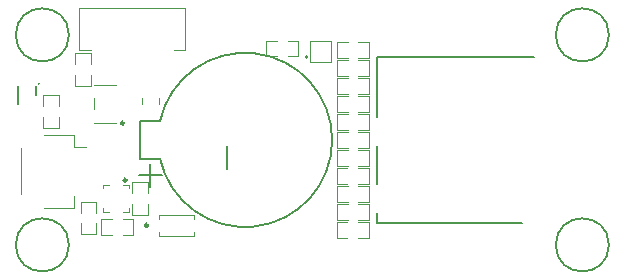
<source format=gbr>
%TF.GenerationSoftware,KiCad,Pcbnew,7.0.8*%
%TF.CreationDate,2023-11-01T10:58:51-04:00*%
%TF.ProjectId,destinationWeatherStation_v5,64657374-696e-4617-9469-6f6e57656174,01*%
%TF.SameCoordinates,Original*%
%TF.FileFunction,Legend,Top*%
%TF.FilePolarity,Positive*%
%FSLAX46Y46*%
G04 Gerber Fmt 4.6, Leading zero omitted, Abs format (unit mm)*
G04 Created by KiCad (PCBNEW 7.0.8) date 2023-11-01 10:58:51*
%MOMM*%
%LPD*%
G01*
G04 APERTURE LIST*
%ADD10C,0.120000*%
%ADD11C,0.250000*%
%ADD12C,0.150000*%
%ADD13C,0.180000*%
G04 APERTURE END LIST*
D10*
%TO.C,C5*%
X118267000Y-104172000D02*
X118267000Y-105082000D01*
X116937000Y-104172000D02*
X118267000Y-104172000D01*
X116937000Y-105082000D02*
X116937000Y-104172000D01*
X116937000Y-105992000D02*
X116937000Y-106902000D01*
X118267000Y-106902000D02*
X118267000Y-105992000D01*
X116937000Y-106902000D02*
X118267000Y-106902000D01*
%TO.C,R5*%
X141784000Y-107305000D02*
X142681000Y-107305000D01*
X141784000Y-108595000D02*
X141784000Y-107305000D01*
X142681000Y-108595000D02*
X141784000Y-108595000D01*
X143577000Y-108595000D02*
X144474000Y-108595000D01*
X144474000Y-107305000D02*
X143577000Y-107305000D01*
X144474000Y-108595000D02*
X144474000Y-107305000D01*
%TO.C,U2*%
X124173000Y-111793000D02*
X124173000Y-112048000D01*
X123668000Y-111793000D02*
X124173000Y-111793000D01*
X122458000Y-111793000D02*
X121953000Y-111793000D01*
X121953000Y-111793000D02*
X121953000Y-112048000D01*
X124173000Y-114013000D02*
X124173000Y-113758000D01*
X123668000Y-114013000D02*
X124173000Y-114013000D01*
X122458000Y-114013000D02*
X121953000Y-114013000D01*
X121953000Y-114013000D02*
X121953000Y-113758000D01*
D11*
X123983000Y-111363000D02*
G75*
G03*
X123983000Y-111363000I-125000J0D01*
G01*
D12*
%TO.C,U3*%
X116320000Y-103390000D02*
X116320000Y-104140000D01*
X114820000Y-104890000D02*
X114820000Y-103390000D01*
X116570000Y-103190000D02*
G75*
G03*
X116570000Y-103190000I-50000J0D01*
G01*
%TO.C,H3*%
X164810000Y-99060000D02*
G75*
G03*
X164810000Y-99060000I-2250000J0D01*
G01*
%TO.C,J3*%
X145200000Y-114950000D02*
X157475000Y-114950000D01*
X145200000Y-114950000D02*
X145200000Y-114150000D01*
X145200000Y-108450000D02*
X145200000Y-111700000D01*
X145200000Y-100950000D02*
X145200000Y-106000000D01*
X158475000Y-100950000D02*
X145200000Y-100950000D01*
D10*
%TO.C,R10*%
X121845000Y-114671000D02*
X122742000Y-114671000D01*
X121845000Y-115961000D02*
X121845000Y-114671000D01*
X122742000Y-115961000D02*
X121845000Y-115961000D01*
X123638000Y-115961000D02*
X124535000Y-115961000D01*
X124535000Y-114671000D02*
X123638000Y-114671000D01*
X124535000Y-115961000D02*
X124535000Y-114671000D01*
%TO.C,R11*%
X120132000Y-115899000D02*
X120132000Y-115002000D01*
X121422000Y-115899000D02*
X120132000Y-115899000D01*
X121422000Y-115002000D02*
X121422000Y-115899000D01*
X121422000Y-114106000D02*
X121422000Y-113209000D01*
X120132000Y-113209000D02*
X120132000Y-114106000D01*
X121422000Y-113209000D02*
X120132000Y-113209000D01*
%TO.C,R4*%
X141784000Y-108829000D02*
X142681000Y-108829000D01*
X141784000Y-110119000D02*
X141784000Y-108829000D01*
X142681000Y-110119000D02*
X141784000Y-110119000D01*
X143577000Y-110119000D02*
X144474000Y-110119000D01*
X144474000Y-108829000D02*
X143577000Y-108829000D01*
X144474000Y-110119000D02*
X144474000Y-108829000D01*
%TO.C,J4*%
X119514000Y-107507000D02*
X119514000Y-108557000D01*
X117014000Y-107507000D02*
X119514000Y-107507000D01*
X119514000Y-108557000D02*
X120504000Y-108557000D01*
X115044000Y-108677000D02*
X115044000Y-112557000D01*
X119514000Y-113727000D02*
X119514000Y-112677000D01*
X117014000Y-113727000D02*
X119514000Y-113727000D01*
%TO.C,R2*%
X141784000Y-113401000D02*
X142681000Y-113401000D01*
X141784000Y-114691000D02*
X141784000Y-113401000D01*
X142681000Y-114691000D02*
X141784000Y-114691000D01*
X143577000Y-114691000D02*
X144474000Y-114691000D01*
X144474000Y-113401000D02*
X143577000Y-113401000D01*
X144474000Y-114691000D02*
X144474000Y-113401000D01*
D12*
%TO.C,H4*%
X164810000Y-116840000D02*
G75*
G03*
X164810000Y-116840000I-2250000J0D01*
G01*
%TO.C,BT1*%
X124985000Y-110950000D02*
X126985000Y-110950000D01*
X125985000Y-109950000D02*
X125985000Y-111950000D01*
X125135000Y-109550000D02*
X126803200Y-109550000D01*
X132485000Y-108450000D02*
X132485000Y-110450000D01*
X125135000Y-106350000D02*
X125135000Y-109550000D01*
X126803200Y-106350000D02*
X125135000Y-106350000D01*
X126803201Y-109550000D02*
G75*
G03*
X126803201Y-106350000I7199996J1600000D01*
G01*
D10*
%TO.C,R8*%
X141784000Y-101209000D02*
X142681000Y-101209000D01*
X141784000Y-102499000D02*
X141784000Y-101209000D01*
X142681000Y-102499000D02*
X141784000Y-102499000D01*
X143577000Y-102499000D02*
X144474000Y-102499000D01*
X144474000Y-101209000D02*
X143577000Y-101209000D01*
X144474000Y-102499000D02*
X144474000Y-101209000D01*
D12*
%TO.C,H1*%
X119090000Y-99060000D02*
G75*
G03*
X119090000Y-99060000I-2250000J0D01*
G01*
D10*
%TO.C,R12*%
X135815000Y-99558000D02*
X136712000Y-99558000D01*
X135815000Y-100848000D02*
X135815000Y-99558000D01*
X136712000Y-100848000D02*
X135815000Y-100848000D01*
X137608000Y-100848000D02*
X138505000Y-100848000D01*
X138505000Y-99558000D02*
X137608000Y-99558000D01*
X138505000Y-100848000D02*
X138505000Y-99558000D01*
%TO.C,C2*%
X141764000Y-114905000D02*
X142674000Y-114905000D01*
X141764000Y-116235000D02*
X141764000Y-114905000D01*
X142674000Y-116235000D02*
X141764000Y-116235000D01*
X143584000Y-116235000D02*
X144494000Y-116235000D01*
X144494000Y-114905000D02*
X143584000Y-114905000D01*
X144494000Y-116235000D02*
X144494000Y-114905000D01*
%TO.C,D1*%
X126728500Y-114279000D02*
X126728500Y-114614000D01*
X126728500Y-116099000D02*
X126728500Y-115764000D01*
X129698500Y-114279000D02*
X126728500Y-114279000D01*
X129698500Y-114614000D02*
X129698500Y-114279000D01*
X129698500Y-115764000D02*
X129698500Y-116099000D01*
X129698500Y-116099000D02*
X126728500Y-116099000D01*
D11*
X125783500Y-115189000D02*
G75*
G03*
X125783500Y-115189000I-125000J0D01*
G01*
D10*
%TO.C,C1*%
X119604000Y-103346000D02*
X119604000Y-102436000D01*
X120934000Y-103346000D02*
X119604000Y-103346000D01*
X120934000Y-102436000D02*
X120934000Y-103346000D01*
X120934000Y-101526000D02*
X120934000Y-100616000D01*
X119604000Y-100616000D02*
X119604000Y-101526000D01*
X120934000Y-100616000D02*
X119604000Y-100616000D01*
%TO.C,R1*%
X141784000Y-105781000D02*
X142681000Y-105781000D01*
X141784000Y-107071000D02*
X141784000Y-105781000D01*
X142681000Y-107071000D02*
X141784000Y-107071000D01*
X143577000Y-107071000D02*
X144474000Y-107071000D01*
X144474000Y-105781000D02*
X143577000Y-105781000D01*
X144474000Y-107071000D02*
X144474000Y-105781000D01*
%TO.C,L1*%
X126709000Y-104406000D02*
X126709000Y-104890000D01*
X125259000Y-104406000D02*
X125259000Y-104890000D01*
%TO.C,D2*%
X139518000Y-99557000D02*
X141318000Y-99557000D01*
X141318000Y-99557000D02*
X141318000Y-101357000D01*
X141318000Y-101357000D02*
X139518000Y-101357000D01*
X139518000Y-101357000D02*
X139518000Y-99557000D01*
D13*
X139308000Y-100932000D02*
G75*
G03*
X139308000Y-100932000I-90000J0D01*
G01*
D10*
%TO.C,SW1*%
X128960000Y-100352000D02*
X127960000Y-100352000D01*
X128960000Y-96752000D02*
X128960000Y-100352000D01*
X128960000Y-96752000D02*
X119960000Y-96752000D01*
X119960000Y-100352000D02*
X120960000Y-100352000D01*
X119960000Y-96752000D02*
X119960000Y-100352000D01*
%TO.C,C3*%
X141764000Y-110333000D02*
X142674000Y-110333000D01*
X141764000Y-111663000D02*
X141764000Y-110333000D01*
X142674000Y-111663000D02*
X141764000Y-111663000D01*
X143584000Y-111663000D02*
X144494000Y-111663000D01*
X144494000Y-110333000D02*
X143584000Y-110333000D01*
X144494000Y-111663000D02*
X144494000Y-110333000D01*
%TO.C,R7*%
X141784000Y-102733000D02*
X142681000Y-102733000D01*
X141784000Y-104023000D02*
X141784000Y-102733000D01*
X142681000Y-104023000D02*
X141784000Y-104023000D01*
X143577000Y-104023000D02*
X144474000Y-104023000D01*
X144474000Y-102733000D02*
X143577000Y-102733000D01*
X144474000Y-104023000D02*
X144474000Y-102733000D01*
%TO.C,U1*%
X123109000Y-106487000D02*
X121239000Y-106487000D01*
X121239000Y-104436000D02*
X121239000Y-105368000D01*
X121239000Y-103317000D02*
X123109000Y-103317000D01*
D11*
X123757000Y-106527000D02*
G75*
G03*
X123757000Y-106527000I-125000J0D01*
G01*
D12*
%TO.C,H2*%
X119090000Y-116840000D02*
G75*
G03*
X119090000Y-116840000I-2250000J0D01*
G01*
D10*
%TO.C,R9*%
X141784000Y-99685000D02*
X142681000Y-99685000D01*
X141784000Y-100975000D02*
X141784000Y-99685000D01*
X142681000Y-100975000D02*
X141784000Y-100975000D01*
X143577000Y-100975000D02*
X144474000Y-100975000D01*
X144474000Y-99685000D02*
X143577000Y-99685000D01*
X144474000Y-100975000D02*
X144474000Y-99685000D01*
%TO.C,R6*%
X141784000Y-104257000D02*
X142681000Y-104257000D01*
X141784000Y-105547000D02*
X141784000Y-104257000D01*
X142681000Y-105547000D02*
X141784000Y-105547000D01*
X143577000Y-105547000D02*
X144474000Y-105547000D01*
X144474000Y-104257000D02*
X143577000Y-104257000D01*
X144474000Y-105547000D02*
X144474000Y-104257000D01*
%TO.C,R3*%
X141784000Y-111877000D02*
X142681000Y-111877000D01*
X141784000Y-113167000D02*
X141784000Y-111877000D01*
X142681000Y-113167000D02*
X141784000Y-113167000D01*
X143577000Y-113167000D02*
X144474000Y-113167000D01*
X144474000Y-111877000D02*
X143577000Y-111877000D01*
X144474000Y-113167000D02*
X144474000Y-111877000D01*
%TO.C,C4*%
X125760000Y-111538000D02*
X125760000Y-112448000D01*
X124430000Y-111538000D02*
X125760000Y-111538000D01*
X124430000Y-112448000D02*
X124430000Y-111538000D01*
X124430000Y-113358000D02*
X124430000Y-114268000D01*
X125760000Y-114268000D02*
X125760000Y-113358000D01*
X124430000Y-114268000D02*
X125760000Y-114268000D01*
%TD*%
M02*

</source>
